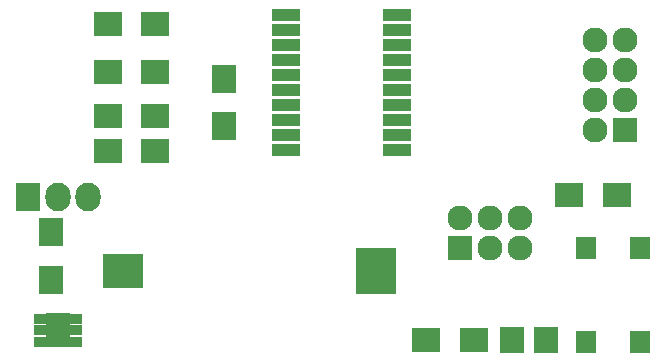
<source format=gbr>
G04 #@! TF.FileFunction,Soldermask,Top*
%FSLAX46Y46*%
G04 Gerber Fmt 4.6, Leading zero omitted, Abs format (unit mm)*
G04 Created by KiCad (PCBNEW 4.0.2+dfsg1-2~bpo8+1-stable) date Sat 25 Nov 2017 07:55:09 PM CST*
%MOMM*%
G01*
G04 APERTURE LIST*
%ADD10C,0.100000*%
%ADD11R,3.400000X3.000000*%
%ADD12R,3.400000X4.000000*%
%ADD13R,2.127200X2.127200*%
%ADD14O,2.127200X2.127200*%
%ADD15R,1.997660X2.200860*%
%ADD16R,2.350000X1.000000*%
%ADD17R,1.700000X1.950000*%
%ADD18R,2.400000X2.100000*%
%ADD19R,2.000000X2.400000*%
%ADD20R,2.400000X2.000000*%
%ADD21R,1.250000X0.850000*%
%ADD22R,2.000000X2.900000*%
%ADD23R,2.127200X2.432000*%
%ADD24O,2.127200X2.432000*%
G04 APERTURE END LIST*
D10*
D11*
X215500000Y-156000000D03*
D12*
X236900000Y-156000000D03*
D13*
X244000000Y-154000000D03*
D14*
X244000000Y-151460000D03*
X246540000Y-154000000D03*
X246540000Y-151460000D03*
X249080000Y-154000000D03*
X249080000Y-151460000D03*
D15*
X248480140Y-161800000D03*
X251319860Y-161800000D03*
D16*
X238700000Y-145715000D03*
X238700000Y-144445000D03*
X238700000Y-143175000D03*
X238700000Y-141905000D03*
X238700000Y-140635000D03*
X238700000Y-139365000D03*
X238700000Y-138095000D03*
X238700000Y-136825000D03*
X238700000Y-135555000D03*
X238700000Y-134285000D03*
X229300000Y-134285000D03*
X229300000Y-135555000D03*
X229300000Y-136825000D03*
X229300000Y-138095000D03*
X229300000Y-139365000D03*
X229300000Y-140635000D03*
X229300000Y-141905000D03*
X229300000Y-143175000D03*
X229300000Y-144445000D03*
X229300000Y-145715000D03*
D13*
X258000000Y-144000000D03*
D14*
X255460000Y-144000000D03*
X258000000Y-141460000D03*
X255460000Y-141460000D03*
X258000000Y-138920000D03*
X255460000Y-138920000D03*
X258000000Y-136380000D03*
X255460000Y-136380000D03*
D17*
X259250000Y-154025000D03*
X254750000Y-154025000D03*
X259250000Y-161975000D03*
X254750000Y-161975000D03*
D18*
X214200000Y-135100000D03*
X218200000Y-135100000D03*
X214200000Y-139100000D03*
X218200000Y-139100000D03*
X214200000Y-142850000D03*
X218200000Y-142850000D03*
X214200000Y-145850000D03*
X218200000Y-145850000D03*
X245200000Y-161800000D03*
X241200000Y-161800000D03*
D19*
X224100000Y-139700000D03*
X224100000Y-143700000D03*
X209400000Y-156700000D03*
X209400000Y-152700000D03*
D20*
X253300000Y-149500000D03*
X257300000Y-149500000D03*
D21*
X211450000Y-162000000D03*
X211450000Y-161000000D03*
X211450000Y-160000000D03*
X208550000Y-160000000D03*
X208550000Y-161000000D03*
X208550000Y-162000000D03*
D22*
X210000000Y-161000000D03*
D23*
X207500000Y-149750000D03*
D24*
X210040000Y-149750000D03*
X212580000Y-149750000D03*
M02*

</source>
